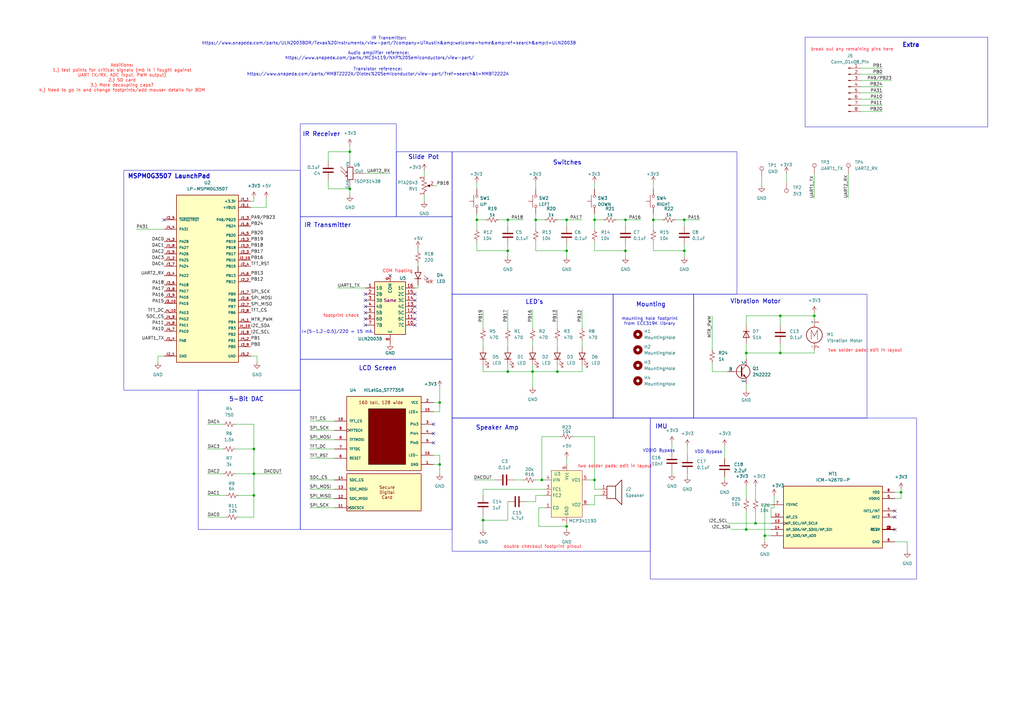
<source format=kicad_sch>
(kicad_sch (version 20250114) (generator "eeschema") (generator_version "9.0")
  (paper "A3")
  (title_block (title "ECE 319H Final Project") (date "2025-04-04") (rev "Rev A") (company "Ravi Shah & Alice Di Mauro"))
  (rectangle (start 185.42 62.23) (end 302.26 120.65))
  (rectangle (start 266.7 171.45) (end 375.92 237.49))
  (rectangle (start 81.28 160.02) (end 123.19 217.17))
  (rectangle (start 123.19 50.8) (end 162.56 88.9))
  (rectangle (start 50.8 69.85) (end 123.19 160.02))
  (rectangle (start 330.2 15.24) (end 405.13 52.07))
  (rectangle (start 185.42 120.65) (end 251.46 171.45))
  (rectangle (start 251.46 120.65) (end 284.48 171.45))
  (rectangle (start 123.19 88.9) (end 185.42 147.32))
  (rectangle (start 284.48 120.65) (end 355.6 171.45))
  (rectangle (start 185.42 171.45) (end 266.7 226.06))
  (rectangle (start 162.56 62.23) (end 185.42 88.9))
  (rectangle (start 123.19 147.32) (end 185.42 217.17))
  (text "double checkout footprint pinout" (at 222.504 224.282 0) (effects (font (size 1.27 1.27))))
  (text "Extra" (at 373.634 18.542 0) (effects (font (size 1.778 1.778) (thickness 0.3556) (bold yes))))
  (text "VDDIO Bypass" (at 270.256 184.912 0) (effects (font (size 1.27 1.27))))
  (text "LCD Screen" (at 154.94 151.13 0) (effects (font (size 1.778 1.778) (thickness 0.254) (bold yes))))
  (text "5-Bit DAC" (at 101.092 163.83 0) (effects (font (size 1.778 1.778) (thickness 0.254) (bold yes))))
  (text "break out any remaining pins here" (at 349.504 20.32 0) (effects (font (size 1.27 1.27))))
  (text "VDD Bypass" (at 290.576 185.42 0) (effects (font (size 1.27 1.27))))
  (text "two solder pads; edit in layout" (at 252.222 191.262 0) (effects (font (size 1.27 1.27))))
  (text "COM floating" (at 163.068 111.252 0) (effects (font (size 1.27 1.27))))
  (text "IMU" (at 271.272 175.006 0) (effects (font (size 1.778 1.778) (thickness 0.254) (bold yes))))
  (text "IR Transmitter" (at 134.366 92.456 0) (effects (font (size 1.778 1.778) (thickness 0.254) (bold yes))))
  (text " I=(5-1.2-0.5)/220 = 15 mA." (at 137.922 136.144 0) (effects (font (size 1.27 1.27))))
  (text "LED's" (at 219.202 123.952 0) (effects (font (size 1.778 1.778) (thickness 0.254) (bold yes))))
  (text "Audio amplifier reference: \nhttps://www.snapeda.com/parts/MC34119/NXP%20Semiconductors/view-part/" (at 155.702 22.86 0) (effects (font (size 1.27 1.27))))
  (text "IR Transmittor:\nhttps://www.snapeda.com/parts/ULN2003BDR/Texas%20Instruments/view-part/?company=UTAustin&amp;welcome=home&amp;ref=search&amp;t=ULN2003B" (at 159.512 16.764 0) (effects (font (size 1.27 1.27))))
  (text "Transistor reference:\nhttps://www.snapeda.com/parts/MMBT2222A/Diotec%20Semiconductor/view-part/?ref=search&t=MMBT2222A" (at 154.94 29.464 0) (effects (font (size 1.27 1.27))))
  (text "two solder pads; edit in layout" (at 354.838 143.764 0) (effects (font (size 1.27 1.27))))
  (text "MSPM0G3507 LaunchPad" (at 69.342 72.39 0) (effects (font (size 1.778 1.778) (thickness 0.3556) (bold yes))))
  (text "Switches" (at 232.664 66.802 0) (effects (font (size 1.778 1.778) (thickness 0.254) (bold yes))))
  (text "footprint check" (at 139.954 129.54 0) (effects (font (size 1.27 1.27))))
  (text "Slide Pot" (at 173.736 64.516 0) (effects (font (size 1.778 1.778) (thickness 0.254) (bold yes))))
  (text "Vibration Motor" (at 309.88 123.698 0) (effects (font (size 1.778 1.778) (thickness 0.254) (bold yes))))
  (text "Mounting" (at 266.954 124.968 0) (effects (font (size 1.778 1.778) (thickness 0.254) (bold yes))))
  (text "mounting hole footprint\nfrom ECE319K library" (at 266.446 131.826 0) (effects (font (size 1.27 1.27))))
  (text "IR Receiver" (at 131.826 55.118 0) (effects (font (size 1.778 1.778) (thickness 0.254) (bold yes))))
  (text "Additions:\n1.) test points for critical signals (mb ik i fought against\nUART TX/RX, ADC input, PWM output)\n2.) SD card\n3.) More decoupling caps?\n4.) Need to go in and change footprints/add mouser details for BOM" (at 50.038 32.004 0) (effects (font (size 1.27 1.27))))
  (text "Speaker Amp" (at 203.962 175.514 0) (effects (font (size 1.778 1.778) (thickness 0.254) (bold yes))))
  (junction (at 320.04 144.78))
  (junction (at 232.41 215.9))
  (junction (at 320.04 129.54))
  (junction (at 313.69 219.71))
  (junction (at 143.51 77.47))
  (junction (at 180.34 190.5))
  (junction (at 334.01 129.54))
  (junction (at 208.28 90.17))
  (junction (at 306.07 217.17))
  (junction (at 104.14 203.2))
  (junction (at 256.54 102.87))
  (junction (at 306.07 144.78))
  (junction (at 369.57 201.93))
  (junction (at 208.28 102.87))
  (junction (at 232.41 102.87))
  (junction (at 104.14 184.15))
  (junction (at 219.71 90.17))
  (junction (at 256.54 90.17))
  (junction (at 143.51 62.23))
  (junction (at 104.14 194.31))
  (junction (at 222.25 196.85))
  (junction (at 180.34 165.1))
  (junction (at 208.28 152.4))
  (junction (at 280.67 90.17))
  (junction (at 195.58 90.17))
  (junction (at 309.88 214.63))
  (junction (at 243.84 90.17))
  (junction (at 198.12 213.36))
  (junction (at 280.67 102.87))
  (junction (at 267.97 90.17))
  (junction (at 243.84 196.85))
  (junction (at 232.41 90.17))
  (junction (at 228.6 152.4))
  (junction (at 218.44 152.4))
  (no_connect (at 149.86 128.27))
  (no_connect (at 367.03 209.55))
  (no_connect (at 149.86 123.19))
  (no_connect (at 149.86 130.81))
  (no_connect (at 149.86 133.35))
  (no_connect (at 149.86 125.73))
  (no_connect (at 367.03 212.09))
  (no_connect (at 67.31 90.17))
  (no_connect (at 177.8 181.61))
  (no_connect (at 170.18 128.27))
  (no_connect (at 149.86 120.65))
  (no_connect (at 177.8 177.8))
  (no_connect (at 177.8 173.99))
  (no_connect (at 170.18 123.19))
  (no_connect (at 170.18 125.73))
  (no_connect (at 160.02 113.03))
  (no_connect (at 170.18 133.35))
  (no_connect (at 367.03 217.17))
  (no_connect (at 170.18 130.81))
  (no_connect (at 170.18 120.65))
  (wire (pts (xy 280.67 90.17) (xy 287.02 90.17)))
  (wire (pts (xy 218.44 152.4) (xy 218.44 158.75)))
  (wire (pts (xy 171.45 107.95) (xy 171.45 109.22)))
  (wire (pts (xy 281.94 182.88) (xy 281.94 186.69)))
  (wire (pts (xy 210.82 196.85) (xy 214.63 196.85)))
  (wire (pts (xy 208.28 92.71) (xy 208.28 90.17)))
  (wire (pts (xy 306.07 144.78) (xy 306.07 147.32)))
  (wire (pts (xy 97.79 203.2) (xy 104.14 203.2)))
  (wire (pts (xy 322.58 71.12) (xy 322.58 74.93)))
  (wire (pts (xy 228.6 127) (xy 228.6 134.62)))
  (wire (pts (xy 85.09 203.2) (xy 92.71 203.2)))
  (wire (pts (xy 219.71 74.93) (xy 219.71 77.47)))
  (wire (pts (xy 275.59 181.61) (xy 275.59 185.42)))
  (wire (pts (xy 222.25 196.85) (xy 223.52 196.85)))
  (wire (pts (xy 134.62 77.47) (xy 134.62 73.66)))
  (wire (pts (xy 353.06 45.72) (xy 361.95 45.72)))
  (wire (pts (xy 276.86 90.17) (xy 280.67 90.17)))
  (wire (pts (xy 367.03 204.47) (xy 369.57 204.47)))
  (wire (pts (xy 243.84 200.66) (xy 246.38 200.66)))
  (wire (pts (xy 180.34 158.75) (xy 180.34 165.1)))
  (wire (pts (xy 299.72 217.17) (xy 306.07 217.17)))
  (wire (pts (xy 85.09 184.15) (xy 91.44 184.15)))
  (wire (pts (xy 313.69 219.71) (xy 316.23 219.71)))
  (wire (pts (xy 198.12 200.66) (xy 198.12 203.2)))
  (wire (pts (xy 334.01 129.54) (xy 334.01 130.81)))
  (wire (pts (xy 134.62 62.23) (xy 134.62 66.04)))
  (wire (pts (xy 353.06 27.94) (xy 361.95 27.94)))
  (wire (pts (xy 64.77 148.59) (xy 64.77 146.05)))
  (wire (pts (xy 316.23 217.17) (xy 306.07 217.17)))
  (wire (pts (xy 171.45 101.6) (xy 171.45 102.87)))
  (wire (pts (xy 316.23 208.28) (xy 317.5 208.28)))
  (wire (pts (xy 238.76 127) (xy 238.76 134.62)))
  (wire (pts (xy 309.88 199.39) (xy 309.88 204.47)))
  (wire (pts (xy 127 187.96) (xy 137.16 187.96)))
  (wire (pts (xy 334.01 128.27) (xy 334.01 129.54)))
  (wire (pts (xy 219.71 87.63) (xy 219.71 90.17)))
  (wire (pts (xy 223.52 203.2) (xy 219.71 203.2)))
  (wire (pts (xy 228.6 152.4) (xy 238.76 152.4)))
  (wire (pts (xy 198.12 152.4) (xy 208.28 152.4)))
  (wire (pts (xy 105.41 146.05) (xy 102.87 146.05)))
  (wire (pts (xy 177.8 168.91) (xy 180.34 168.91)))
  (wire (pts (xy 173.99 69.85) (xy 173.99 72.39)))
  (wire (pts (xy 104.14 194.31) (xy 104.14 203.2)))
  (wire (pts (xy 219.71 90.17) (xy 219.71 93.98)))
  (wire (pts (xy 353.06 33.02) (xy 365.76 33.02)))
  (wire (pts (xy 218.44 127) (xy 218.44 134.62)))
  (wire (pts (xy 361.95 43.18) (xy 353.06 43.18)))
  (wire (pts (xy 267.97 102.87) (xy 280.67 102.87)))
  (wire (pts (xy 102.87 85.09) (xy 109.22 85.09)))
  (wire (pts (xy 208.28 127) (xy 208.28 134.62)))
  (wire (pts (xy 127 180.34) (xy 137.16 180.34)))
  (wire (pts (xy 334.01 71.12) (xy 334.01 81.28)))
  (wire (pts (xy 173.99 80.01) (xy 173.99 82.55)))
  (wire (pts (xy 96.52 184.15) (xy 104.14 184.15)))
  (wire (pts (xy 243.84 102.87) (xy 256.54 102.87)))
  (wire (pts (xy 280.67 100.33) (xy 280.67 102.87)))
  (wire (pts (xy 297.18 195.58) (xy 297.18 196.85)))
  (wire (pts (xy 292.1 148.59) (xy 292.1 152.4)))
  (wire (pts (xy 312.42 72.39) (xy 312.42 76.2)))
  (wire (pts (xy 104.14 81.28) (xy 104.14 82.55)))
  (wire (pts (xy 219.71 102.87) (xy 232.41 102.87)))
  (wire (pts (xy 177.8 186.69) (xy 180.34 186.69)))
  (wire (pts (xy 317.5 203.2) (xy 317.5 208.28)))
  (wire (pts (xy 104.14 184.15) (xy 104.14 194.31)))
  (wire (pts (xy 313.69 219.71) (xy 313.69 222.25)))
  (wire (pts (xy 109.22 85.09) (xy 109.22 81.28)))
  (wire (pts (xy 127 208.28) (xy 137.16 208.28)))
  (wire (pts (xy 171.45 116.84) (xy 171.45 118.11)))
  (wire (pts (xy 313.69 207.01) (xy 313.69 219.71)))
  (wire (pts (xy 316.23 207.01) (xy 313.69 207.01)))
  (wire (pts (xy 85.09 212.09) (xy 92.71 212.09)))
  (wire (pts (xy 195.58 102.87) (xy 208.28 102.87)))
  (wire (pts (xy 127 204.47) (xy 137.16 204.47)))
  (wire (pts (xy 243.84 102.87) (xy 243.84 99.06)))
  (wire (pts (xy 127 200.66) (xy 137.16 200.66)))
  (wire (pts (xy 228.6 152.4) (xy 228.6 149.86)))
  (wire (pts (xy 223.52 208.28) (xy 220.98 208.28)))
  (wire (pts (xy 228.6 139.7) (xy 228.6 142.24)))
  (wire (pts (xy 104.14 173.99) (xy 104.14 184.15)))
  (wire (pts (xy 143.51 62.23) (xy 143.51 66.04)))
  (wire (pts (xy 232.41 214.63) (xy 232.41 215.9)))
  (wire (pts (xy 219.71 196.85) (xy 222.25 196.85)))
  (wire (pts (xy 361.95 40.64) (xy 353.06 40.64)))
  (wire (pts (xy 96.52 194.31) (xy 104.14 194.31)))
  (wire (pts (xy 218.44 139.7) (xy 218.44 142.24)))
  (wire (pts (xy 180.34 168.91) (xy 180.34 165.1)))
  (wire (pts (xy 369.57 200.66) (xy 369.57 201.93)))
  (wire (pts (xy 243.84 207.01) (xy 243.84 203.2)))
  (wire (pts (xy 320.04 140.97) (xy 320.04 144.78)))
  (wire (pts (xy 218.44 152.4) (xy 228.6 152.4)))
  (wire (pts (xy 243.84 196.85) (xy 243.84 200.66)))
  (wire (pts (xy 238.76 139.7) (xy 238.76 142.24)))
  (wire (pts (xy 180.34 186.69) (xy 180.34 190.5)))
  (wire (pts (xy 298.45 214.63) (xy 309.88 214.63)))
  (wire (pts (xy 195.58 102.87) (xy 195.58 99.06)))
  (wire (pts (xy 177.8 190.5) (xy 180.34 190.5)))
  (wire (pts (xy 252.73 90.17) (xy 256.54 90.17)))
  (wire (pts (xy 180.34 190.5) (xy 180.34 194.31)))
  (wire (pts (xy 228.6 90.17) (xy 232.41 90.17)))
  (wire (pts (xy 222.25 179.07) (xy 222.25 196.85)))
  (wire (pts (xy 204.47 90.17) (xy 208.28 90.17)))
  (wire (pts (xy 353.06 35.56) (xy 361.95 35.56)))
  (wire (pts (xy 372.11 222.25) (xy 372.11 226.06)))
  (wire (pts (xy 243.84 87.63) (xy 243.84 90.17)))
  (wire (pts (xy 241.3 207.01) (xy 243.84 207.01)))
  (wire (pts (xy 281.94 194.31) (xy 281.94 195.58)))
  (wire (pts (xy 292.1 152.4) (xy 298.45 152.4)))
  (wire (pts (xy 219.71 205.74) (xy 215.9 205.74)))
  (wire (pts (xy 64.77 146.05) (xy 67.31 146.05)))
  (wire (pts (xy 223.52 200.66) (xy 198.12 200.66)))
  (wire (pts (xy 320.04 129.54) (xy 334.01 129.54)))
  (wire (pts (xy 195.58 90.17) (xy 195.58 93.98)))
  (wire (pts (xy 232.41 90.17) (xy 238.76 90.17)))
  (wire (pts (xy 219.71 90.17) (xy 223.52 90.17)))
  (wire (pts (xy 208.28 105.41) (xy 208.28 102.87)))
  (wire (pts (xy 267.97 74.93) (xy 267.97 77.47)))
  (wire (pts (xy 243.84 90.17) (xy 247.65 90.17)))
  (wire (pts (xy 127 184.15) (xy 137.16 184.15)))
  (wire (pts (xy 220.98 215.9) (xy 232.41 215.9)))
  (wire (pts (xy 127 196.85) (xy 137.16 196.85)))
  (wire (pts (xy 198.12 213.36) (xy 198.12 210.82)))
  (wire (pts (xy 55.88 93.98) (xy 67.31 93.98)))
  (wire (pts (xy 306.07 140.97) (xy 306.07 144.78)))
  (wire (pts (xy 198.12 139.7) (xy 198.12 142.24)))
  (wire (pts (xy 256.54 90.17) (xy 262.89 90.17)))
  (wire (pts (xy 170.18 118.11) (xy 171.45 118.11)))
  (wire (pts (xy 177.8 165.1) (xy 180.34 165.1)))
  (wire (pts (xy 367.03 201.93) (xy 369.57 201.93)))
  (wire (pts (xy 256.54 105.41) (xy 256.54 102.87)))
  (wire (pts (xy 256.54 92.71) (xy 256.54 90.17)))
  (wire (pts (xy 219.71 203.2) (xy 219.71 205.74)))
  (wire (pts (xy 219.71 102.87) (xy 219.71 99.06)))
  (wire (pts (xy 208.28 213.36) (xy 198.12 213.36)))
  (wire (pts (xy 353.06 38.1) (xy 361.95 38.1)))
  (wire (pts (xy 267.97 102.87) (xy 267.97 99.06)))
  (wire (pts (xy 232.41 92.71) (xy 232.41 90.17)))
  (wire (pts (xy 208.28 90.17) (xy 214.63 90.17)))
  (wire (pts (xy 232.41 100.33) (xy 232.41 102.87)))
  (wire (pts (xy 306.07 199.39) (xy 306.07 204.47)))
  (wire (pts (xy 238.76 152.4) (xy 238.76 149.86)))
  (wire (pts (xy 241.3 196.85) (xy 243.84 196.85)))
  (wire (pts (xy 127 176.53) (xy 137.16 176.53)))
  (wire (pts (xy 134.62 77.47) (xy 143.51 77.47)))
  (wire (pts (xy 198.12 213.36) (xy 198.12 217.17)))
  (wire (pts (xy 306.07 129.54) (xy 320.04 129.54)))
  (wire (pts (xy 275.59 193.04) (xy 275.59 194.31)))
  (wire (pts (xy 198.12 127) (xy 198.12 134.62)))
  (wire (pts (xy 97.79 212.09) (xy 104.14 212.09)))
  (wire (pts (xy 96.52 173.99) (xy 104.14 173.99)))
  (wire (pts (xy 334.01 144.78) (xy 334.01 143.51)))
  (wire (pts (xy 320.04 129.54) (xy 320.04 133.35)))
  (wire (pts (xy 198.12 149.86) (xy 198.12 152.4)))
  (wire (pts (xy 232.41 215.9) (xy 232.41 217.17)))
  (wire (pts (xy 222.25 179.07) (xy 229.87 179.07)))
  (wire (pts (xy 280.67 92.71) (xy 280.67 90.17)))
  (wire (pts (xy 297.18 182.88) (xy 297.18 187.96)))
  (wire (pts (xy 105.41 148.59) (xy 105.41 146.05)))
  (wire (pts (xy 104.14 203.2) (xy 104.14 212.09)))
  (wire (pts (xy 208.28 152.4) (xy 218.44 152.4)))
  (wire (pts (xy 104.14 194.31) (xy 115.57 194.31)))
  (wire (pts (xy 316.23 214.63) (xy 309.88 214.63)))
  (wire (pts (xy 353.06 30.48) (xy 361.95 30.48)))
  (wire (pts (xy 143.51 59.69) (xy 143.51 62.23)))
  (wire (pts (xy 177.8 76.2) (xy 179.07 76.2)))
  (wire (pts (xy 243.84 90.17) (xy 243.84 93.98)))
  (wire (pts (xy 194.31 196.85) (xy 203.2 196.85)))
  (wire (pts (xy 256.54 100.33) (xy 256.54 102.87)))
  (wire (pts (xy 369.57 204.47) (xy 369.57 201.93)))
  (wire (pts (xy 218.44 152.4) (xy 218.44 149.86)))
  (wire (pts (xy 243.84 203.2) (xy 246.38 203.2)))
  (wire (pts (xy 320.04 144.78) (xy 334.01 144.78)))
  (wire (pts (xy 306.07 217.17) (xy 306.07 209.55)))
  (wire (pts (xy 306.07 157.48) (xy 306.07 160.02)))
  (wire (pts (xy 208.28 100.33) (xy 208.28 102.87)))
  (wire (pts (xy 208.28 205.74) (xy 208.28 213.36)))
  (wire (pts (xy 316.23 212.09) (xy 316.23 208.28)))
  (wire (pts (xy 143.51 77.47) (xy 143.51 80.01)))
  (wire (pts (xy 208.28 139.7) (xy 208.28 142.24)))
  (wire (pts (xy 138.43 118.11) (xy 149.86 118.11)))
  (wire (pts (xy 267.97 87.63) (xy 267.97 90.17)))
  (wire (pts (xy 267.97 90.17) (xy 271.78 90.17)))
  (wire (pts (xy 127 172.72) (xy 137.16 172.72)))
  (wire (pts (xy 149.86 71.12) (xy 160.02 71.12)))
  (wire (pts (xy 104.14 82.55) (xy 102.87 82.55)))
  (wire (pts (xy 292.1 129.54) (xy 292.1 143.51)))
  (wire (pts (xy 234.95 179.07) (xy 243.84 179.07)))
  (wire (pts (xy 232.41 187.96) (xy 232.41 190.5)))
  (wire (pts (xy 347.98 71.12) (xy 347.98 81.28)))
  (wire (pts (xy 195.58 90.17) (xy 199.39 90.17)))
  (wire (pts (xy 195.58 87.63) (xy 195.58 90.17)))
  (wire (pts (xy 85.09 194.31) (xy 91.44 194.31)))
  (wire (pts (xy 306.07 144.78) (xy 320.04 144.78)))
  (wire (pts (xy 306.07 129.54) (xy 306.07 133.35)))
  (wire (pts (xy 280.67 105.41) (xy 280.67 102.87)))
  (wire (pts (xy 243.84 179.07) (xy 243.84 196.85)))
  (wire (pts (xy 208.28 149.86) (xy 208.28 152.4)))
  (wire (pts (xy 134.62 62.23) (xy 143.51 62.23)))
  (wire (pts (xy 195.58 74.93) (xy 195.58 77.47)))
  (wire (pts (xy 367.03 222.25) (xy 372.11 222.25)))
  (wire (pts (xy 309.88 214.63) (xy 309.88 209.55)))
  (wire (pts (xy 267.97 90.17) (xy 267.97 93.98)))
  (wire (pts (xy 232.41 105.41) (xy 232.41 102.87)))
  (wire (pts (xy 220.98 208.28) (xy 220.98 215.9)))
  (wire (pts (xy 85.09 173.99) (xy 91.44 173.99)))
  (wire (pts (xy 243.84 74.93) (xy 243.84 77.47)))
  (label "I2C_SCL" (at 102.87 137.16 0))
  (label "DAC3" (at 85.09 184.15 0))
  (label "DACOUT" (at 194.31 196.85 0))
  (label "PA15" (at 67.31 124.46 180))
  (label "SPI_MOSI" (at 102.87 123.19 0))
  (label "PA18" (at 214.63 90.17 180))
  (label "UART2_RX" (at 67.31 113.03 180))
  (label "PB13" (at 228.6 127 270))
  (label "PB12" (at 238.76 127 270))
  (label "SPI_MOSI" (at 127 180.34 0))
  (label "PB24" (at 102.87 92.71 0))
  (label "I2C_SDA" (at 299.72 217.17 180))
  (label "PB0" (at 361.95 30.48 180))
  (label "SPI_SCK" (at 127 176.53 0))
  (label "PA31" (at 361.95 38.1 180))
  (label "PB19" (at 198.12 127 270))
  (label "SDC_CS" (at 67.31 130.81 180))
  (label "TFT_CS" (at 127 172.72 0))
  (label "PB13" (at 102.87 113.03 0))
  (label "PA16" (at 262.89 90.17 180))
  (label "TFT_DC" (at 127 184.15 0))
  (label "PB16" (at 218.44 127 270))
  (label "PB1" (at 102.87 139.7 0))
  (label "MTR_PWM" (at 102.87 132.08 0))
  (label "TFT_RST" (at 127 187.96 0))
  (label "PA17" (at 238.76 90.17 180))
  (label "PA11" (at 361.95 43.18 180))
  (label "PA11" (at 67.31 133.35 180))
  (label "DAC2" (at 67.31 104.14 180))
  (label "PB18" (at 102.87 101.6 0))
  (label "PA10" (at 67.31 135.89 180))
  (label "TFT_DC" (at 67.31 128.27 180))
  (label "SPI_MISO" (at 102.87 125.73 0))
  (label "PA9{slash}PB23" (at 102.87 90.17 0))
  (label "SDC_CS" (at 127 196.85 0))
  (label "DAC0" (at 85.09 212.09 0))
  (label "SPI_SCK" (at 127 208.28 0))
  (label "I2C_SDA" (at 102.87 134.62 0))
  (label "UART1_TX" (at 138.43 118.11 0))
  (label "DACOUT" (at 115.57 194.31 180))
  (label "PA9{slash}PB23" (at 365.76 33.02 180))
  (label "DAC0" (at 67.31 99.06 180))
  (label "SPI_SCK" (at 102.87 120.65 0))
  (label "TFT_RST" (at 102.87 109.22 0))
  (label "PB0" (at 102.87 142.24 0))
  (label "PB24" (at 361.95 35.56 180))
  (label "PB20" (at 361.95 45.72 180))
  (label "SPI_MISO" (at 127 204.47 0))
  (label "I2C_SCL" (at 298.45 214.63 180))
  (label "PA16" (at 67.31 121.92 180))
  (label "PA18" (at 67.31 116.84 180))
  (label "UART1_TX" (at 67.31 139.7 180))
  (label "UART1_TX" (at 334.01 81.28 90))
  (label "DAC4" (at 67.31 109.22 180))
  (label "DAC3" (at 67.31 106.68 180))
  (label "PB17" (at 102.87 104.14 0))
  (label "PB19" (at 102.87 99.06 0))
  (label "PA10" (at 361.95 40.64 180))
  (label "PB18" (at 179.07 76.2 0))
  (label "PA17" (at 67.31 119.38 180))
  (label "PA31" (at 55.88 93.98 0))
  (label "MTR_PWM" (at 292.1 129.54 270))
  (label "DAC1" (at 85.09 203.2 0))
  (label "DAC4" (at 85.09 173.99 0))
  (label "UART2_RX" (at 347.98 81.28 90))
  (label "PB1" (at 361.95 27.94 180))
  (label "PB16" (at 102.87 106.68 0))
  (label "UART2_RX" (at 160.02 71.12 180))
  (label "DAC2" (at 85.09 194.31 0))
  (label "PB17" (at 208.28 127 270))
  (label "DAC1" (at 67.31 101.6 180))
  (label "TFT_CS" (at 102.87 128.27 0))
  (label "PA15" (at 287.02 90.17 180))
  (label "SPI_MOSI" (at 127 200.66 0))
  (label "PB12" (at 102.87 115.57 0))
  (label "PB20" (at 102.87 96.52 0))
  (symbol (lib_id "ECE319K:SW_Push") (at 267.97 82.55 90) (unit 1)
    (property "Reference" "SW4" (at 269.24 81.2799 90) (effects (justify right)))
    (property "Value" "RIGHT" (at 269.24 83.8199 90) (effects (justify right)))
    (property "Footprint" "Button_Switch_SMD:SW_SPST_PTS645" (effects (hide yes)))
    (property "Mouser Link" "https://www.mouser.com/ProductDetail/TE-Connectivity-PB/1977223-1?qs=GE1PmMuiY3gx5ieyg2VO7w%3D%3D" (effects (hide yes)))
    (property "Mouser #" "506-1977223-1" (effects (hide yes)))
  )
  (symbol (lib_id "power:+3V3") (at 309.88 199.39 0) (unit 1)
    (property "Reference" "#PWR0125" (effects (hide yes)))
    (property "Value" "+3V3" (at 311.404 195.326 0))
  )
  (symbol (lib_id "ECE319K:R_0.125W") (at 292.1 146.05 0) (unit 1)
    (property "Reference" "R24" (at 294.64 144.7799 0) (effects (justify left)))
    (property "Value" "1k" (at 294.64 147.3199 0) (effects (justify left)))
    (property "Footprint" "Resistor_SMD:R_0603_1608Metric_Pad0.98x0.95mm_HandSolder" (effects (hide yes)))
    (property "Datasheet" "https://users.ece.utexas.edu/~valvano/mspm0/CarbonFilmresistors.pdf" (effects (hide yes)))
  )
  (symbol (lib_id "ECE319K:C") (at 275.59 189.23 0) (unit 1)
    (property "Reference" "C16" (at 267.208 187.706 0) (effects (justify left)))
    (property "Value" "10nF" (at 267.208 190.246 0) (effects (justify left)))
    (property "Footprint" "Capacitor_SMD:C_0603_1608Metric_Pad1.08x0.95mm_HandSolder" (effects (hide yes)))
  )
  (symbol (lib_id "Motor:Motor_DC") (at 334.01 135.89 0) (unit 1)
    (property "Reference" "M1" (at 339.09 137.1599 0) (effects (justify left)))
    (property "Value" "Vibration Motor" (at 339.09 139.6999 0) (effects (justify left)))
    (property "Footprint" "ECE319K:Testpoint_1x02_P2.54mm" (effects (hide yes)))
    (property "Description" "DC Motor" (effects (hide yes)))
    (property "Mouser #" "316040001" (effects (hide yes)))
    (property "Mouser Link" "https://www.mouser.com/ProductDetail/Seeed-Studio/316040001?qs=SElPoaY2y5JJal4VOfmXrg%3D%3D&mgh=1&gQT=1" (effects (hide yes)))
  )
  (symbol (lib_name "+5V_1") (lib_id "power:+5V") (at 171.45 101.6 0) (unit 1)
    (property "Reference" "#PWR013" (effects (hide yes)))
    (property "Value" "+5V" (at 171.45 97.79 0))
    (property "Description" "Power symbol creates a global label with name \"+5V\"" (effects (hide yes)))
  )
  (symbol (lib_name "GND_3") (lib_id "power:GND") (at 313.69 222.25 0) (unit 1)
    (property "Reference" "#PWR03" (effects (hide yes)))
    (property "Value" "GND" (at 313.69 227.33 0))
    (property "Description" "Power symbol creates a global label with name \"GND\" , ground" (effects (hide yes)))
  )
  (symbol (lib_id "ECE319K:R_0.125W") (at 201.93 90.17 270) (unit 1)
    (property "Reference" "R19" (at 201.93 85.598 90))
    (property "Value" "1k" (at 201.93 88.138 90))
    (property "Footprint" "Resistor_SMD:R_0603_1608Metric_Pad0.98x0.95mm_HandSolder" (effects (hide yes)))
    (property "Datasheet" "https://users.ece.utexas.edu/~valvano/mspm0/CarbonFilmresistors.pdf" (effects (hide yes)))
  )
  (symbol (lib_id "ECE319K:R_0.125W") (at 93.98 194.31 270) (unit 1)
    (property "Reference" "R7" (at 93.98 187.96 90))
    (property "Value" "3k" (at 93.98 190.5 90))
    (property "Footprint" "Resistor_SMD:R_0603_1608Metric_Pad0.98x0.95mm_HandSolder" (effects (hide yes)))
    (property "Datasheet" "https://users.ece.utexas.edu/~valvano/mspm0/CarbonFilmresistors.pdf" (effects (hide yes)))
  )
  (symbol (lib_id "ECE319K:R_0.125W") (at 208.28 137.16 0) (unit 1)
    (property "Reference" "R1" (at 210.82 135.89 0) (effects (justify left)))
    (property "Value" "470" (at 210.82 138.43 0) (effects (justify left)))
    (property "Footprint" "Resistor_SMD:R_0603_1608Metric_Pad0.98x0.95mm_HandSolder" (effects (hide yes)))
    (property "Datasheet" "https://users.ece.utexas.edu/~valvano/mspm0/CarbonFilmresistors.pdf" (effects (hide yes)))
  )
  (symbol (lib_id "ECE319K:R_0.125W") (at 238.76 137.16 0) (unit 1)
    (property "Reference" "R8" (at 241.3 135.89 0) (effects (justify left)))
    (property "Value" "470" (at 241.3 138.43 0) (effects (justify left)))
    (property "Footprint" "Resistor_SMD:R_0603_1608Metric_Pad0.98x0.95mm_HandSolder" (effects (hide yes)))
    (property "Datasheet" "https://users.ece.utexas.edu/~valvano/mspm0/CarbonFilmresistors.pdf" (effects (hide yes)))
  )
  (symbol (lib_id "ECE319K:R_0.125W") (at 309.88 207.01 0) (unit 1)
    (property "Reference" "R26" (at 311.912 207.264 0) (effects (justify left)))
    (property "Value" "10k" (at 311.658 209.296 0) (effects (justify left)))
    (property "Footprint" "Resistor_SMD:R_0603_1608Metric_Pad0.98x0.95mm_HandSolder" (effects (hide yes)))
    (property "Datasheet" "https://users.ece.utexas.edu/~valvano/mspm0/CarbonFilmresistors.pdf" (effects (hide yes)))
  )
  (symbol (lib_id "ECE319K:R_0.125W") (at 243.84 96.52 0) (unit 1)
    (property "Reference" "R14" (at 246.38 95.25 0) (effects (justify left)))
    (property "Value" "10k" (at 246.38 97.79 0) (effects (justify left)))
    (property "Footprint" "Resistor_SMD:R_0603_1608Metric_Pad0.98x0.95mm_HandSolder" (effects (hide yes)))
    (property "Datasheet" "https://users.ece.utexas.edu/~valvano/mspm0/CarbonFilmresistors.pdf" (effects (hide yes)))
  )
  (symbol (lib_id "ECE319K:LED") (at 229.87 146.05 0) (unit 1)
    (property "Reference" "D3" (at 232.41 146.3675 0) (effects (justify left)))
    (property "Value" "LED" (at 232.41 148.9075 0) (effects (justify left)))
    (property "Footprint" "LED_SMD:LED_0805_2012Metric" (effects (hide yes)))
    (property "Datasheet" "http://mouser.com/datasheet/2/216/APTD2012LCGCK-1102037.pdf" (effects (hide yes)))
  )
  (symbol (lib_id "power:GND") (at 312.42 76.2 0) (unit 1)
    (property "Reference" "#PWR0119" (effects (hide yes)))
    (property "Value" "GND" (at 312.42 81.28 0))
  )
  (symbol (lib_id "ECE319K:SW_Push") (at 243.84 82.55 90) (unit 1)
    (property "Reference" "SW3" (at 245.11 81.2799 90) (effects (justify right)))
    (property "Value" "DOWN" (at 245.11 83.8199 90) (effects (justify right)))
    (property "Footprint" "Button_Switch_SMD:SW_SPST_PTS645" (effects (hide yes)))
    (property "Mouser Link" "https://www.mouser.com/ProductDetail/TE-Connectivity-PB/1977223-1?qs=GE1PmMuiY3gx5ieyg2VO7w%3D%3D" (effects (hide yes)))
    (property "Mouser #" "506-1977223-1" (effects (hide yes)))
  )
  (symbol (lib_id "Connector:TestPoint") (at 334.01 71.12 0) (unit 1)
    (property "Reference" "TP3" (at 336.55 66.5479 0) (effects (justify left)))
    (property "Value" "UART1_TX" (at 336.55 69.0879 0) (effects (justify left)))
    (property "Footprint" "TestPoint:TestPoint_Pad_1.0x1.0mm" (effects (hide yes)))
    (property "Description" "test point" (effects (hide yes)))
  )
  (symbol (lib_id "Connector:TestPoint") (at 322.58 74.93 180) (unit 1)
    (property "Reference" "TP2" (at 325.12 76.9619 0) (effects (justify right)))
    (property "Value" "3V3" (at 325.12 79.5019 0) (effects (justify right)))
    (property "Footprint" "TestPoint:TestPoint_Pad_1.0x1.0mm" (effects (hide yes)))
    (property "Description" "test point" (effects (hide yes)))
  )
  (symbol (lib_id "ECE319K:R_0.125W") (at 219.71 96.52 0) (unit 1)
    (property "Reference" "R13" (at 222.25 95.25 0) (effects (justify left)))
    (property "Value" "10k" (at 222.25 97.79 0) (effects (justify left)))
    (property "Footprint" "Resistor_SMD:R_0603_1608Metric_Pad0.98x0.95mm_HandSolder" (effects (hide yes)))
    (property "Datasheet" "https://users.ece.utexas.edu/~valvano/mspm0/CarbonFilmresistors.pdf" (effects (hide yes)))
  )
  (symbol (lib_id "ECE319K:R_0.125W") (at 274.32 90.17 270) (unit 1)
    (property "Reference" "R22" (at 274.32 85.598 90))
    (property "Value" "1k" (at 274.32 88.138 90))
    (property "Footprint" "Resistor_SMD:R_0603_1608Metric_Pad0.98x0.95mm_HandSolder" (effects (hide yes)))
    (property "Datasheet" "https://users.ece.utexas.edu/~valvano/mspm0/CarbonFilmresistors.pdf" (effects (hide yes)))
  )
  (symbol (lib_id "Mechanical:MountingHole") (at 261.62 156.21 0) (unit 1) (in_bom no)
    (property "Reference" "H4" (at 264.16 154.9399 0) (effects (justify left)))
    (property "Value" "MountingHole" (at 264.16 157.4799 0) (effects (justify left)))
    (property "Footprint" "ECE319K:MountingHole_4_40" (effects (hide yes)))
    (property "Description" "Mounting Hole without connection" (effects (hide yes)))
  )
  (symbol (lib_id "power:+3V3") (at 322.58 71.12 0) (unit 1)
    (property "Reference" "#PWR025" (effects (hide yes)))
    (property "Value" "+3V3" (at 322.326 67.564 0))
  )
  (symbol (lib_id "ECE319K:C") (at 212.09 205.74 270) (unit 1)
    (property "Reference" "C15" (at 212.09 210.312 90))
    (property "Value" "4.7uF" (at 212.344 212.598 90))
    (property "Footprint" "Capacitor_SMD:C_0603_1608Metric_Pad1.08x0.95mm_HandSolder" (effects (hide yes)))
  )
  (symbol (lib_id "ECE319K:LP-MSPM0G3507") (at 85.09 113.03 0) (unit 1)
    (property "Reference" "U2" (at 85.09 74.93 0))
    (property "Value" "LP-MSPM0G3507" (at 85.09 77.47 0))
    (property "Footprint" "ECE319K:ti_LP_MSPM0G3507" (effects (hide yes)))
    (property "Datasheet" "https://www.ti.com/tool/LP-MSPM0G3507" (effects (hide yes)))
    (property "Distributor" "Mouser" (effects (hide yes)))
    (property "Manufacturer" "Texas Instruments" (effects (hide yes)))
    (property "P/N" "LP-MSPM0G3507" (effects (hide yes)))
    (property "Cost" "22.60" (effects (hide yes)))
  )
  (symbol (lib_id "power:GND") (at 208.28 105.41 0) (unit 1)
    (property "Reference" "#PWR0106" (effects (hide yes)))
    (property "Value" "GND" (at 208.28 110.49 0))
  )
  (symbol (lib_id "ECE319K:MCP34119P") (at 232.41 201.93 0) (unit 1)
    (property "Reference" "U3" (at 228.6 194.31 0))
    (property "Value" "MCP34119D" (at 239.014 213.614 0))
    (property "Footprint" "ECE319K:DIP-8_W7.62mm_LongPads" (effects (hide yes)))
    (property "Datasheet" "https://users.ece.utexas.edu/~valvano/Datasheets/MC34119.pdf" (effects (hide yes)))
    (property "Distributor" "N/A" (effects (hide yes)))
    (property "Manufacturer" "Motorola" (effects (hide yes)))
    (property "P/N" "MC34119P" (effects (hide yes)))
    (property "Cost" "N/A" (effects (hide yes)))
  )
  (symbol (lib_id "ECE319K:LED") (at 219.71 146.05 0) (unit 1)
    (property "Reference" "D2" (at 222.25 146.3675 0) (effects (justify left)))
    (property "Value" "LED" (at 222.25 148.9075 0) (effects (justify left)))
    (property "Footprint" "LED_SMD:LED_0805_2012Metric" (effects (hide yes)))
    (property "Datasheet" "http://mouser.com/datasheet/2/216/APTD2012LCGCK-1102037.pdf" (effects (hide yes)))
  )
  (symbol (lib_id "ECE319K:LED") (at 240.03 146.05 0) (unit 1)
    (property "Reference" "D6" (at 242.57 146.3675 0) (effects (justify left)))
    (property "Value" "LED" (at 242.57 148.9075 0) (effects (justify left)))
    (property "Footprint" "LED_SMD:LED_0805_2012Metric" (effects (hide yes)))
    (property "Datasheet" "http://mouser.com/datasheet/2/216/APTD2012LCGCK-1102037.pdf" (effects (hide yes)))
  )
  (symbol (lib_id "Connector:Conn_01x08_Pin") (at 347.98 35.56 0) (unit 1)
    (property "Reference" "J5" (at 348.615 22.86 0))
    (property "Value" "Conn_01x08_Pin" (at 348.615 25.4 0))
    (property "Footprint" "Connector_PinSocket_2.54mm:PinSocket_1x08_P2.54mm_Vertical" (effects (hide yes)))
    (property "Description" "Generic connector, single row, 01x08, script generated" (effects (hide yes)))
  )
  (symbol (lib_id "ECE319K:C") (at 297.18 191.77 0) (unit 1)
    (property "Reference" "C18" (at 300.99 190.4999 0) (effects (justify left)))
    (property "Value" "2.2uF" (at 300.99 193.0399 0) (effects (justify left)))
    (property "Footprint" "Capacitor_SMD:C_0603_1608Metric_Pad1.08x0.95mm_HandSolder" (effects (hide yes)))
  )
  (symbol (lib_name "+3V3_1") (lib_id "power:+3V3") (at 143.51 59.69 0) (unit 1)
    (property "Reference" "#PWR011" (effects (hide yes)))
    (property "Value" "+3V3" (at 143.51 54.61 0))
    (property "Description" "Power symbol creates a global label with name \"+3V3\"" (effects (hide yes)))
  )
  (symbol (lib_id "power:+5V") (at 109.22 81.28 0) (unit 1)
    (property "Reference" "#PWR0105" (effects (hide yes)))
    (property "Value" "+5V" (at 109.22 76.2 0))
  )
  (symbol (lib_id "power:+3V3") (at 219.71 74.93 0) (unit 1)
    (property "Reference" "#PWR015" (effects (hide yes)))
    (property "Value" "+3V3" (at 219.456 71.374 0))
  )
  (symbol (lib_id "Simulation_SPICE:NPN") (at 303.53 152.4 0) (unit 1)
    (property "Reference" "Q1" (at 308.61 151.1299 0) (effects (justify left)))
    (property "Value" "2N2222" (at 308.61 153.6699 0) (effects (justify left)))
    (property "Footprint" "Package_TO_SOT_SMD:SOT-23" (effects (hide yes)))
    (property "Datasheet" "https://ngspice.sourceforge.io/docs/ngspice-html-manual/manual.xhtml#cha_BJTs" (effects (hide yes)))
    (property "Description" "Bipolar transistor symbol for simulation only, substrate tied to the emitter" (effects (hide yes)))
    (property "Sim.Device" "NPN" (effects (hide yes)))
    (property "Sim.Type" "GUMMELPOON" (effects (hide yes)))
    (property "Sim.Pins" "1=C 2=B 3=E" (effects (hide yes)))
    (property "Mouser #" "MMBT2222A" (effects (hide yes)))
    (property "Mouser Link" "https://www.mouser.com/ProductDetail/Diotec-Semiconductor/MMBT2222A?qs=OlC7AqGiEDl9N1c3%252BL%2F%252Brw%3D%3D" (effects (hide yes)))
  )
  (symbol (lib_id "power:GND") (at 218.44 158.75 0) (unit 1)
    (property "Reference" "#PWR0107" (effects (hide yes)))
    (property "Value" "GND" (at 218.44 163.83 0))
  )
  (symbol (lib_id "ECE319K:LED") (at 209.55 146.05 0) (unit 1)
    (property "Reference" "D1" (at 212.09 146.3675 0) (effects (justify left)))
    (property "Value" "LED" (at 212.09 148.9075 0) (effects (justify left)))
    (property "Footprint" "LED_SMD:LED_0805_2012Metric" (effects (hide yes)))
    (property "Datasheet" "http://mouser.com/datasheet/2/216/APTD2012LCGCK-1102037.pdf" (effects (hide yes)))
  )
  (symbol (lib_id "power:GND") (at 64.77 148.59 0) (unit 1)
    (property "Reference" "#PWR01" (effects (hide yes)))
    (property "Value" "GND" (at 64.77 153.67 0))
  )
  (symbol (lib_id "power:GND") (at 297.18 196.85 0) (unit 1)
    (property "Reference" "#PWR029" (effects (hide yes)))
    (property "Value" "GND" (at 297.18 201.93 0))
  )
  (symbol (lib_id "ECE319K:C") (at 232.41 96.52 0) (unit 1)
    (property "Reference" "C6" (at 235.585 95.25 0) (effects (justify left)))
    (property "Value" "0.1uF" (at 235.585 97.79 0) (effects (justify left)))
    (property "Footprint" "Capacitor_SMD:C_0603_1608Metric_Pad1.08x0.95mm_HandSolder" (effects (hide yes)))
  )
  (symbol (lib_id "ECE319K:Speaker") (at 251.46 200.66 0) (unit 1)
    (property "Reference" "J2" (at 256.54 200.66 0) (effects (justify left)))
    (property "Value" "Speaker" (at 256.54 203.2 0) (effects (justify left)))
    (property "Footprint" "ECE319K:Testpoint_1x02_P2.54mm" (effects (hide yes)))
  )
  (symbol (lib_id "power:+5V") (at 232.41 187.96 0) (unit 1)
    (property "Reference" "#PWR0112" (effects (hide yes)))
    (property "Value" "+5V" (at 232.41 182.88 0))
  )
  (symbol (lib_id "ECE319K:C") (at 198.12 207.01 180) (unit 1)
    (property "Reference" "C14" (at 201.93 205.7399 0) (effects (justify right)))
    (property "Value" "1uF" (at 201.93 208.2799 0) (effects (justify right)))
    (property "Footprint" "Capacitor_SMD:C_0603_1608Metric_Pad1.08x0.95mm_HandSolder" (effects (hide yes)))
  )
  (symbol (lib_id "ECE319K:R_0.125W") (at 250.19 90.17 270) (unit 1)
    (property "Reference" "R21" (at 250.19 85.598 90))
    (property "Value" "1k" (at 250.19 88.138 90))
    (property "Footprint" "Resistor_SMD:R_0603_1608Metric_Pad0.98x0.95mm_HandSolder" (effects (hide yes)))
    (property "Datasheet" "https://users.ece.utexas.edu/~valvano/mspm0/CarbonFilmresistors.pdf" (effects (hide yes)))
  )
  (symbol (lib_id "power:GND") (at 372.11 226.06 0) (unit 1)
    (property "Reference" "#PWR026" (effects (hide yes)))
    (property "Value" "GND" (at 372.11 231.14 0))
  )
  (symbol (lib_id "power:GND") (at 198.12 217.17 0) (unit 1)
    (property "Reference" "#PWR09" (effects (hide yes)))
    (property "Value" "GND" (at 198.12 222.25 0))
  )
  (symbol (lib_id "ECE319K:SW_Push") (at 195.58 82.55 90) (unit 1)
    (property "Reference" "SW1" (at 196.85 81.28 90) (effects (justify right)))
    (property "Value" "UP" (at 196.85 83.82 90) (effects (justify right)))
    (property "Footprint" "Button_Switch_SMD:SW_SPST_PTS645" (effects (hide yes)))
    (property "Datasheet" "https://www.mouser.com/datasheet/2/418/8/ENG_CD_1977223_B2-2023792.pdf" (effects (hide yes)))
    (property "Mouser Link" "https://www.mouser.com/ProductDetail/TE-Connectivity-PB/1977223-1?qs=GE1PmMuiY3gx5ieyg2VO7w%3D%3D" (effects (hide yes)))
    (property "Mouser #" "506-1977223-1" (effects (hide yes)))
  )
  (symbol (lib_name "GND_1") (lib_id "power:GND") (at 143.51 80.01 0) (unit 1)
    (property "Reference" "#PWR010" (effects (hide yes)))
    (property "Value" "GND" (at 143.51 85.09 0))
    (property "Description" "Power symbol creates a global label with name \"GND\" , ground" (effects (hide yes)))
  )
  (symbol (lib_id "ECE319K:HiLetGo_ST7735R") (at 157.48 177.8 0) (unit 1)
    (property "Reference" "U4" (at 144.78 160.02 0))
    (property "Value" "HiLetGo_ST7735R" (at 157.48 160.02 0))
    (property "Footprint" "ECE319K:hiletgo_st7735r" (effects (hide yes)))
    (property "Datasheet" "https://users.ece.utexas.edu/~valvano/mspm0/1-8-tft-display.pdf" (effects (hide yes)))
    (property "Distributor" "Amazon" (effects (hide yes)))
    (property "Manufacturer" "HiLetGo" (effects (hide yes)))
    (property "P/N" "https://www.amazon.com/s?k=hiletgo+ST7735R" (effects (hide yes)))
    (property "Cost" "9.95" (effects (hide yes)))
  )
  (symbol (lib_id "ECE319K:LED") (at 199.39 146.05 0) (unit 1)
    (property "Reference" "D5" (at 201.93 146.3675 0) (effects (justify left)))
    (property "Value" "LED" (at 201.93 148.9075 0) (effects (justify left)))
    (property "Footprint" "LED_SMD:LED_0805_2012Metric" (effects (hide yes)))
    (property "Datasheet" "http://mouser.com/datasheet/2/216/APTD2012LCGCK-1102037.pdf" (effects (hide yes)))
  )
  (symbol (lib_id "power:GND") (at 275.59 194.31 0) (unit 1)
    (property "Reference" "#PWR027" (effects (hide yes)))
    (property "Value" "GND" (at 275.59 199.39 0))
  )
  (symbol (lib_id "ECE319K:C") (at 208.28 96.52 0) (unit 1)
    (property "Reference" "C5" (at 211.455 95.25 0) (effects (justify left)))
    (property "Value" "0.1uF" (at 211.455 97.79 0) (effects (justify left)))
    (property "Footprint" "Capacitor_SMD:C_0603_1608Metric_Pad1.08x0.95mm_HandSolder" (effects (hide yes)))
  )
  (symbol (lib_id "ECE319K:C") (at 281.94 190.5 0) (unit 1)
    (property "Reference" "C17" (at 285.75 189.2299 0) (effects (justify left)))
    (property "Value" "0.1uF" (at 285.75 191.7699 0) (effects (justify left)))
    (property "Footprint" "Capacitor_SMD:C_0603_1608Metric_Pad1.08x0.95mm_HandSolder" (effects (hide yes)))
  )
  (symbol (lib_id "ECE319K:C") (at 134.62 69.85 180) (unit 1)
    (property "Reference" "C4" (at 131.445 71.12 0) (effects (justify left)))
    (property "Value" "0.1uF" (at 131.445 68.58 0) (effects (justify left)))
    (property "Footprint" "Capacitor_SMD:C_0603_1608Metric_Pad1.08x0.95mm_HandSolder" (effects (hide yes)))
  )
  (symbol (lib_id "power:+3V3") (at 317.5 203.2 0) (unit 1)
    (property "Reference" "#PWR0126" (effects (hide yes)))
    (property "Value" "+3V3" (at 319.024 199.136 0))
  )
  (symbol (lib_id "ECE319K:R_0.125W") (at 195.58 96.52 0) (unit 1)
    (property "Reference" "R12" (at 198.12 95.25 0) (effects (justify left)))
    (property "Value" "10k" (at 198.12 97.79 0) (effects (justify left)))
    (property "Footprint" "Resistor_SMD:R_0603_1608Metric_Pad0.98x0.95mm_HandSolder" (effects (hide yes)))
    (property "Datasheet" "https://users.ece.utexas.edu/~valvano/mspm0/CarbonFilmresistors.pdf" (effects (hide yes)))
  )
  (symbol (lib_id "ECE319K:PTA2043pot") (at 173.99 76.2 0) (mirror x) (unit 1)
    (property "Reference" "RV1" (at 171.45 77.47 0) (effects (justify right)))
    (property "Value" "PTA2043" (at 171.45 74.93 0) (effects (justify right)))
    (property "Footprint" "ECE319K:PTA2043pot" (effects (hide yes)))
  )
  (symbol (lib_id "Mechanical:MountingHole") (at 261.62 143.51 0) (unit 1) (in_bom no)
    (property "Reference" "H2" (at 264.16 142.2399 0) (effects (justify left)))
    (property "Value" "MountingHole" (at 264.16 144.7799 0) (effects (justify left)))
    (property "Footprint" "ECE319K:MountingHole_4_40" (effects (hide yes)))
    (property "Description" "Mounting Hole without connection" (effects (hide yes)))
  )
  (symbol (lib_id "power:+3V3") (at 334.01 128.27 0) (unit 1)
    (property "Reference" "#PWR0118" (effects (hide yes)))
    (property "Value" "+3V3" (at 334.01 123.19 0))
  )
  (symbol (lib_id "power:GND") (at 180.34 194.31 0) (unit 1)
    (property "Reference" "#PWR0108" (effects (hide yes)))
    (property "Value" "GND" (at 180.34 199.39 0))
  )
  (symbol (lib_id "Connector:TestPoint") (at 347.98 71.12 0) (unit 1)
    (property "Reference" "TP4" (at 350.52 66.5479 0) (effects (justify left)))
    (property "Value" "UART2_RX" (at 350.52 69.0879 0) (effects (justify left)))
    (property "Footprint" "TestPoint:TestPoint_Pad_1.0x1.0mm" (effects (hide yes)))
    (property "Description" "test point" (effects (hide yes)))
  )
  (symbol (lib_id "ICM IMU:ICM-42670-P") (at 341.63 212.09 0) (unit 1)
    (property "Reference" "MT1" (at 341.63 194.31 0))
    (property "Value" "ICM-42670-P" (at 341.63 196.85 0))
    (property "Footprint" "ECE319K:XDCR_ICM-42670-P" (effects (hide yes)))
    (property "Datasheet" "https://product.tdk.com/system/files/dam/doc/product/sensor/mortion-inertial/imu/data_sheet/ds-000451-icm-42670-p.pdf" (effects (hide yes)))
    (property "Description" "Low-Power, Premium Performance 6-Axis MotionTrackingTM IMU with I3C, I2C and SPI interface in 2.5mm x 3mm Package" (effects (hide yes)))
    (property "SnapEDA_Link" "https://www.snapeda.com/parts/ICM-42670-P/TDK/view-part/?ref=snap" (effects (hide yes)))
    (property "MP" "ICM-42670-P" (effects (hide yes)))
    (property "Availability" "In Stock" (effects (hide yes)))
    (property "MANUFACTURER" "TDK InvenSense" (effects (hide yes)))
    (property "Mouser Link" "https://www.mouser.com/ProductDetail/TDK-InvenSense/ICM-42670-P?qs=iLbezkQI%252BsgK8sMF5V7fQQ%3D%3D&utm_id=22341203263&utm_source=google&utm_medium=cpc&utm_marketing_tactic=amercorp&gad_source=1&gclid=CjwKCAjwtdi_BhACEiwA97y8BP3B6UUI09Cx7Ky9Tnb8t9RDat5DqNLj9ucUXkeO2Be6oBU9Xj4N1hoCTO0QAvD_BwE" (effects (hide yes)))
    (property "Mouser #" "410-ICM-42670-P " (effects (hide yes)))
  )
  (symbol (lib_id "ECE319K:R_0.125W") (at 93.98 173.99 270) (unit 1)
    (property "Reference" "R4" (at 93.98 167.64 90))
    (property "Value" "750" (at 93.98 170.18 90))
    (property "Footprint" "Resistor_SMD:R_0603_1608Metric_Pad0.98x0.95mm_HandSolder" (effects (hide yes)))
    (property "Datasheet" "https://users.ece.utexas.edu/~valvano/mspm0/CarbonFilmresistors.pdf" (effects (hide yes)))
  )
  (symbol (lib_id "ECE319K:R_0.125W") (at 198.12 137.16 0) (unit 1)
    (property "Reference" "R5" (at 200.66 135.8899 0) (effects (justify left)))
    (property "Value" "470" (at 200.66 138.4299 0) (effects (justify left)))
    (property "Footprint" "Resistor_SMD:R_0603_1608Metric_Pad0.98x0.95mm_HandSolder" (effects (hide yes)))
    (property "Datasheet" "https://users.ece.utexas.edu/~valvano/mspm0/CarbonFilmresistors.pdf" (effects (hide yes)))
  )
  (symbol (lib_id "Mechanical:MountingHole") (at 261.62 149.86 0) (unit 1) (in_bom no)
    (property "Reference" "H3" (at 264.16 148.5899 0) (effects (justify left)))
    (property "Value" "MountingHole" (at 264.16 151.1299 0) (effects (justify left)))
    (property "Footprint" "ECE319K:MountingHole_4_40" (effects (hide yes)))
    (property "Description" "Mounting Hole without connection" (effects (hide yes)))
  )
  (symbol (lib_id "ECE319K:C") (at 280.67 96.52 0) (unit 1)
    (property "Reference" "C8" (at 283.845 95.25 0) (effects (justify left)))
    (property "Value" "0.1uF" (at 283.845 97.79 0) (effects (justify left)))
    (property "Footprint" "Capacitor_SMD:C_0603_1608Metric_Pad1.08x0.95mm_HandSolder" (effects (hide yes)))
  )
  (symbol (lib_id "ECE319K:OED-EL-1L2") (at 172.72 113.03 0) (unit 1)
    (property "Reference" "D4" (at 179.07 112.8423 0) (effects (justify left)))
    (property "Value" "LED" (at 179.07 115.3823 0) (effects (justify left)))
    (property "Footprint" "LED_SMD:LED_0805_2012Metric" (effects (hide yes)))
    (property "Datasheet" "https://users.ece.utexas.edu/~valvano/mspm0/OED-EL-1L2-1136406.pdf" (effects (hide yes)))
  )
  (symbol (lib_name "GND_2") (lib_id "power:GND") (at 160.02 140.97 0) (unit 1)
    (property "Reference" "#PWR012" (effects (hide yes)))
    (property "Value" "GND" (at 160.02 144.78 0))
    (property "Description" "Power symbol creates a global label with name \"GND\" , ground" (effects (hide yes)))
  )
  (symbol (lib_id "ECE319K:C") (at 256.54 96.52 0) (unit 1)
    (property "Reference" "C7" (at 259.715 95.25 0) (effects (justify left)))
    (property "Value" "0.1uF" (at 259.715 97.79 0) (effects (justify left)))
    (property "Footprint" "Capacitor_SMD:C_0603_1608Metric_Pad1.08x0.95mm_HandSolder" (effects (hide yes)))
  )
  (symbol (lib_id "power:+3V3") (at 104.14 81.28 0) (unit 1)
    (property "Reference" "#PWR0103" (effects (hide yes)))
    (property "Value" "+3V3" (at 104.14 76.2 0))
  )
  (symbol (lib_id "ECE319K:R_0.125W") (at 232.41 179.07 270) (unit 1)
    (property "Reference" "R23" (at 232.41 175.26 90))
    (property "Value" "10k" (at 232.41 177.038 90))
    (property "Footprint" "Resistor_SMD:R_0603_1608Metric_Pad0.98x0.95mm_HandSolder" (effects (hide yes)))
    (property "Datasheet" "https://users.ece.utexas.edu/~valvano/mspm0/CarbonFilmresistors.pdf" (effects (hide yes)))
  )
  (symbol (lib_id "power:+3V3") (at 267.97 74.93 0) (unit 1)
    (property "Reference" "#PWR017" (effects (hide yes)))
    (property "Value" "+3V3" (at 267.716 71.374 0))
  )
  (symbol (lib_id "ECE319K:R_0.125W") (at 267.97 96.52 0) (unit 1)
    (property "Reference" "R15" (at 270.51 95.25 0) (effects (justify left)))
    (property "Value" "10k" (at 270.51 97.79 0) (effects (justify left)))
    (property "Footprint" "Resistor_SMD:R_0603_1608Metric_Pad0.98x0.95mm_HandSolder" (effects (hide yes)))
    (property "Datasheet" "https://users.ece.utexas.edu/~valvano/mspm0/CarbonFilmresistors.pdf" (effects (hide yes)))
  )
  (symbol (lib_id "ECE319K:R_0.125W") (at 228.6 137.16 0) (unit 1)
    (property "Reference" "R3" (at 231.14 135.89 0) (effects (justify left)))
    (property "Value" "470" (at 231.14 138.43 0) (effects (justify left)))
    (property "Footprint" "Resistor_SMD:R_0603_1608Metric_Pad0.98x0.95mm_HandSolder" (effects (hide yes)))
    (property "Datasheet" "https://users.ece.utexas.edu/~valvano/mspm0/CarbonFilmresistors.pdf" (effects (hide yes)))
  )
  (symbol (lib_id "power:+3V3") (at 275.59 181.61 0) (unit 1)
    (property "Reference" "#PWR0120" (effects (hide yes)))
    (property "Value" "+3V3" (at 275.59 176.53 0))
  )
  (symbol (lib_id "ECE319K:TSOP31438") (at 143.51 71.12 0) (unit 1)
    (property "Reference" "U6" (at 147.828 67.564 0) (effects (justify right)))
    (property "Value" "TSOP31438" (at 156.21 74.422 0) (effects (justify right)))
    (property "Footprint" "ECE319K:TSOP31438" (effects (hide yes)))
    (property "Datasheet" "https://users.ece.utexas.edu/~valvano/mspm0/tsop312-537288.pdf" (effects (hide yes)))
  )
  (symbol (lib_id "ECE319K:R_0.125W") (at 226.06 90.17 270) (unit 1)
    (property "Reference" "R20" (at 226.06 85.598 90))
    (property "Value" "1k" (at 226.06 88.138 90))
    (property "Footprint" "Resistor_SMD:R_0603_1608Metric_Pad0.98x0.95mm_HandSolder" (effects (hide yes)))
    (property "Datasheet" "https://users.ece.utexas.edu/~valvano/mspm0/CarbonFilmresistors.pdf" (effects (hide yes)))
  )
  (symbol (lib_id "power:GND") (at 256.54 105.41 0) (unit 1)
    (property "Reference" "#PWR0110" (effects (hide yes)))
    (property "Value" "GND" (at 256.54 110.49 0))
  )
  (symbol (lib_id "ECE319K:R_0.125W") (at 217.17 196.85 270) (unit 1)
    (property "Reference" "R16" (at 217.17 194.564 90))
    (property "Value" "20k" (at 217.17 192.532 90))
    (property "Footprint" "Resistor_SMD:R_0603_1608Metric_Pad0.98x0.95mm_HandSolder" (effects (hide yes)))
    (property "Datasheet" "https://users.ece.utexas.edu/~valvano/mspm0/CarbonFilmresistors.pdf" (effects (hide yes)))
  )
  (symbol (lib_id "Mechanical:MountingHole") (at 261.62 137.16 0) (unit 1) (in_bom no)
    (property "Reference" "H1" (at 264.16 135.8899 0) (effects (justify left)))
    (property "Value" "MountingHole" (at 264.16 138.4299 0) (effects (justify left)))
    (property "Footprint" "ECE319K:MountingHole_4_40" (effects (hide yes)))
    (property "Description" "Mounting Hole without connection" (effects (hide yes)))
  )
  (symbol (lib_id "power:GND") (at 232.41 105.41 0) (unit 1)
    (property "Reference" "#PWR0109" (effects (hide yes)))
    (property "Value" "GND" (at 232.41 110.49 0))
  )
  (symbol (lib_id "ECE319K:R_0.125W") (at 306.07 207.01 0) (unit 1)
    (property "Reference" "R25" (at 299.974 204.724 0) (effects (justify left)))
    (property "Value" "10k" (at 299.974 206.756 0) (effects (justify left)))
    (property "Footprint" "Resistor_SMD:R_0603_1608Metric_Pad0.98x0.95mm_HandSolder" (effects (hide yes)))
    (property "Datasheet" "https://users.ece.utexas.edu/~valvano/mspm0/CarbonFilmresistors.pdf" (effects (hide yes)))
  )
  (symbol (lib_id "power:GND") (at 173.99 82.55 0) (unit 1)
    (property "Reference" "#PWR05" (effects (hide yes)))
    (property "Value" "GND" (at 173.99 87.63 0))
  )
  (symbol (lib_id "ECE319K:R_0.125W") (at 218.44 137.16 0) (unit 1)
    (property "Reference" "R2" (at 220.98 135.89 0) (effects (justify left)))
    (property "Value" "470" (at 220.98 138.43 0) (effects (justify left)))
    (property "Footprint" "Resistor_SMD:R_0603_1608Metric_Pad0.98x0.95mm_HandSolder" (effects (hide yes)))
    (property "Datasheet" "https://users.ece.utexas.edu/~valvano/mspm0/CarbonFilmresistors.pdf" (effects (hide yes)))
  )
  (symbol (lib_id "ECE319K:R_0.125W") (at 93.98 184.15 270) (unit 1)
    (property "Reference" "R6" (at 93.98 177.8 90))
    (property "Value" "1.5k" (at 93.98 180.34 90))
    (property "Footprint" "Resistor_SMD:R_0603_1608Metric_Pad0.98x0.95mm_HandSolder" (effects (hide yes)))
    (property "Datasheet" "https://users.ece.utexas.edu/~valvano/mspm0/CarbonFilmresistors.pdf" (effects (hide yes)))
  )
  (symbol (lib_id "ECE319K:R_0.125W") (at 95.25 212.09 270) (unit 1)
    (property "Reference" "R11" (at 95.504 207.518 90))
    (property "Value" "12k" (at 95.504 209.55 90))
    (property "Footprint" "Resistor_SMD:R_0603_1608Metric_Pad0.98x0.95mm_HandSolder" (effects (hide yes)))
    (property "Datasheet" "https://users.ece.utexas.edu/~valvano/mspm0/CarbonFilmresistors.pdf" (effects (hide yes)))
  )
  (symbol (lib_id "power:+3V3") (at 297.18 182.88 0) (unit 1)
    (property "Reference" "#PWR0123" (effects (hide yes)))
    (property "Value" "+3V3" (at 297.18 177.8 0))
  )
  (symbol (lib_id "ECE319K:C") (at 207.01 196.85 90) (unit 1)
    (property "Reference" "C3" (at 207.01 189.23 90))
    (property "Value" "0.1uF" (at 207.01 191.77 90))
    (property "Footprint" "Capacitor_SMD:C_0603_1608Metric_Pad1.08x0.95mm_HandSolder" (effects (hide yes)))
  )
  (symbol (lib_id "power:+3V3") (at 281.94 182.88 0) (unit 1)
    (property "Reference" "#PWR0122" (effects (hide yes)))
    (property "Value" "+3V3" (at 281.94 177.8 0))
  )
  (symbol (lib_id "power:+3V3") (at 195.58 74.93 0) (unit 1)
    (property "Reference" "#PWR014" (effects (hide yes)))
    (property "Value" "+3V3" (at 195.326 71.374 0))
  )
  (symbol (lib_id "Connector:TestPoint") (at 312.42 72.39 0) (unit 1)
    (property "Reference" "TP1" (at 314.96 67.8179 0) (effects (justify left)))
    (property "Value" "GND" (at 314.96 70.3579 0) (effects (justify left)))
    (property "Footprint" "TestPoint:TestPoint_Pad_1.0x1.0mm" (effects (hide yes)))
    (property "Description" "test point" (effects (hide yes)))
  )
  (symbol (lib_id "power:+3V3") (at 306.07 199.39 0) (unit 1)
    (property "Reference" "#PWR0124" (effects (hide yes)))
    (property "Value" "+3V3" (at 304.292 195.326 0))
  )
  (symbol (lib_id "power:GND") (at 105.41 148.59 0) (unit 1)
    (property "Reference" "#PWR0104" (effects (hide yes)))
    (property "Value" "GND" (at 105.41 153.67 0))
  )
  (symbol (lib_id "Diode:1N4001") (at 306.07 137.16 270) (unit 1)
    (property "Reference" "D7" (at 308.61 135.8899 90) (effects (justify left)))
    (property "Value" "S1A" (at 308.61 138.4299 90) (effects (justify left)))
    (property "Footprint" "Diode_SMD:D_SMA" (effects (hide yes)))
    (property "Datasheet" "http://www.vishay.com/docs/88503/1n4001.pdf" (effects (hide yes)))
    (property "Description" "50V 1A General Purpose Rectifier Diode, DO-41" (effects (hide yes)))
    (property "Sim.Device" "D" (effects (hide yes)))
    (property "Sim.Pins" "1=K 2=A" (effects (hide yes)))
    (property "Mouser #" "512-S1A" (effects (hide yes)))
    (property "Mouser Link" "https://www.mouser.com/ProductDetail/onsemi-Fairchild/S1A?qs=RJwZ8kJo1mjAagviH5vK9g%3D%3D" (effects (hide yes)))
  )
  (symbol (lib_id "power:GND") (at 280.67 105.41 0) (unit 1)
    (property "Reference" "#PWR0111" (effects (hide yes)))
    (property "Value" "GND" (at 280.67 110.49 0))
  )
  (symbol (lib_id "power:+3V3") (at 180.34 158.75 0) (unit 1)
    (property "Reference" "#PWR02" (effects (hide yes)))
    (property "Value" "+3V3" (at 176.53 157.48 0))
  )
  (symbol (lib_id "power:+3V3") (at 369.57 200.66 0) (unit 1)
    (property "Reference" "#PWR0121" (effects (hide yes)))
    (property "Value" "+3V3" (at 369.57 195.58 0))
  )
  (symbol (lib_id "power:+3V3") (at 243.84 74.93 0) (unit 1)
    (property "Reference" "#PWR016" (effects (hide yes)))
    (property "Value" "+3V3" (at 243.586 71.374 0))
  )
  (symbol (lib_id "ECE319K:R_0.125W") (at 171.45 105.41 0) (unit 1)
    (property "Reference" "R18" (at 173.99 104.14 0) (effects (justify left)))
    (property "Value" "220" (at 173.99 106.68 0) (effects (justify left)))
    (property "Footprint" "Resistor_SMD:R_0603_1608Metric_Pad0.98x0.95mm_HandSolder" (effects (hide yes)))
    (property "Datasheet" "https://users.ece.utexas.edu/~valvano/mspm0/CarbonFilmresistors.pdf" (effects (hide yes)))
  )
  (symbol (lib_id "ECE319H:C") (at 320.04 137.16 0) (unit 1)
    (property "Reference" "C13" (at 323.85 135.8899 0) (effects (justify left)))
    (property "Value" "0.1uF" (at 323.85 138.4299 0) (effects (justify left)))
    (property "Footprint" "Capacitor_SMD:C_0603_1608Metric_Pad1.08x0.95mm_HandSolder" (effects (hide yes)))
    (property "Description" "Unpolarized capacitor" (effects (hide yes)))
  )
  (symbol (lib_id "power:GND") (at 232.41 217.17 0) (unit 1)
    (property "Reference" "#PWR07" (effects (hide yes)))
    (property "Value" "GND" (at 232.41 222.25 0))
  )
  (symbol (lib_id "power:GND") (at 306.07 160.02 0) (unit 1)
    (property "Reference" "#PWR024" (effects (hide yes)))
    (property "Value" "GND" (at 306.07 164.084 0))
  )
  (symbol (lib_id "ECE319K:ULN2003B") (at 160.02 123.19 0) (unit 1)
    (property "Reference" "U5" (at 163.83 114.046 0) (effects (justify left)))
    (property "Value" "ULN2003B" (at 146.812 138.938 0) (effects (justify left)))
    (property "Footprint" "ECE319K:SOIC127P600X175-16N" (effects (hide yes)))
    (property "Datasheet" "https://users.ece.utexas.edu/~valvano/mspm0/ULN2003B.pdf" (effects (hide yes)))
    (property "Description" "Same" (at 160.02 123.19 0))
    (property "Distributor" " Mouser " (effects (hide yes)))
    (property "Mouser Link" "https://www.mouser.com/ProductDetail/STMicroelectronics/ULN2003D1013TR?qs=YnPipOpXm6FQ98RZGZk5Pg%3D%3D" (effects (hide yes)))
    (property "Mouser #" "511-ULN2003D1013TR " (effects (hide yes)))
    (property "Our datasheet" "https://www.mouser.com/datasheet/2/389/uln2001-1852702.pdf" (effects (hide yes)))
  )
  (symbol (lib_id "power:GND") (at 281.94 195.58 0) (unit 1)
    (property "Reference" "#PWR028" (effects (hide yes)))
    (property "Value" "GND" (at 281.94 200.66 0))
  )
  (symbol (lib_id "power:+3V3") (at 173.99 69.85 0) (unit 1)
    (property "Reference" "#PWR04" (effects (hide yes)))
    (property "Value" "+3V3" (at 170.18 68.58 0))
  )
  (symbol (lib_id "ECE319K:SW_Push") (at 219.71 82.55 90) (unit 1)
    (property "Reference" "SW2" (at 220.98 81.2799 90) (effects (justify right)))
    (property "Value" "LEFT" (at 220.98 83.8199 90) (effects (justify right)))
    (property "Footprint" "Button_Switch_SMD:SW_SPST_PTS645" (effects (hide yes)))
    (property "Mouser Link" "https://www.mouser.com/ProductDetail/TE-Connectivity-PB/1977223-1?qs=GE1PmMuiY3gx5ieyg2VO7w%3D%3D" (effects (hide yes)))
    (property "Mouser #" "506-1977223-1" (effects (hide yes)))
  )
  (symbol (lib_id "ECE319K:R_0.125W") (at 95.25 203.2 270) (unit 1)
    (property "Reference" "R9" (at 94.996 198.374 90))
    (property "Value" "6k" (at 94.996 200.406 90))
    (property "Footprint" "Resistor_SMD:R_0603_1608Metric_Pad0.98x0.95mm_HandSolder" (effects (hide yes)))
    (property "Datasheet" "https://users.ece.utexas.edu/~valvano/mspm0/CarbonFilmresistors.pdf" (effects (hide yes)))
  )
)
</source>
